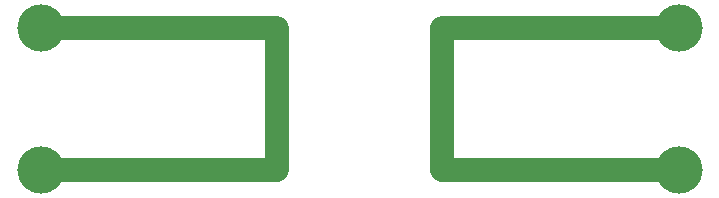
<source format=gtl>
%FSTAX24Y24*%
%MOMM*%
%ADD10C,2*%
%ADD11C,4*%
%LPD*%
D10*
X06Y06D02*
G01*
X26D01*
Y18D01*
X06D01*
D11*
Y06D03*
Y18D03*
D10*
X6D02*
X4D01*
Y06D01*
X6D01*
D11*
Y18D03*
Y06D03*
M02*

</source>
